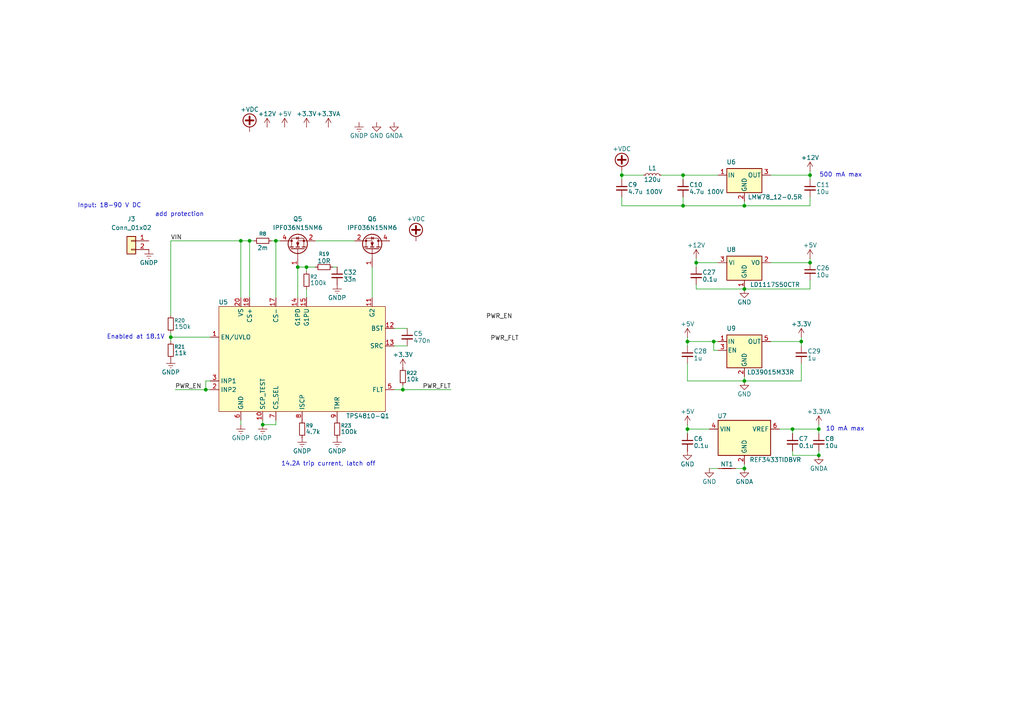
<source format=kicad_sch>
(kicad_sch (version 20250114) (generator "eeschema") (generator_version "9.0")
  (paper "A4")
  (title_block (title "Power Supplies") (date "2026-01-01") (rev "0.1") (company "D. Watman"))
  (lib_symbols
    (symbol "Connector_Generic:Conn_01x02" (pin_names (offset 1.016) (hide yes))
      (property "Reference" "J" (at 0 2.54 0))
      (property "Value" "Conn_01x02" (at 0 -5.08 0))
      (symbol "Conn_01x02_1_1"
        (rectangle (start -1.27 1.27) (end 1.27 -3.81) (stroke (width 0.254)) (fill (type background)))
        (rectangle (start -1.27 0.127) (end 0 -0.127) (stroke (width 0.1524)))
        (rectangle (start -1.27 -2.413) (end 0 -2.667) (stroke (width 0.1524)))
        (pin passive line (at -5.08 0 0) (length 3.81) (name "Pin_1") (number "1"))
        (pin passive line (at -5.08 -2.54 0) (length 3.81) (name "Pin_2") (number "2"))
      )
    )
    (symbol "DWlib:IPF036N15NM6" (pin_names (offset 0) (hide yes))
      (property "Reference" "Q" (at 5.08 1.905 0))
      (property "Value" "IPF036N15NM6" (at 5.08 0 0))
      (symbol "IPF036N15NM6_0_1"
        (polyline (pts (xy 0.254 1.905) (xy 0.254 -1.905)) (stroke (width 0.254)))
        (polyline (pts (xy 0.254 0) (xy -2.54 0)))
        (polyline (pts (xy 0.762 2.286) (xy 0.762 1.27)) (stroke (width 0.254)))
        (polyline (pts (xy 0.762 0.508) (xy 0.762 -0.508)) (stroke (width 0.254)))
        (polyline (pts (xy 0.762 -1.27) (xy 0.762 -2.286)) (stroke (width 0.254)))
        (polyline (pts (xy 0.762 -1.778) (xy 3.302 -1.778) (xy 3.302 1.778) (xy 0.762 1.778)))
        (polyline (pts (xy 1.016 0) (xy 2.032 0.381) (xy 2.032 -0.381) (xy 1.016 0)) (fill (type outline)))
        (circle (center 1.651 0) (radius 2.794) (stroke (width 0.254)))
        (polyline (pts (xy 2.54 2.54) (xy 2.54 1.778)))
        (circle (center 2.54 1.778) (radius 0.254) (fill (type outline)))
        (circle (center 2.54 -1.778) (radius 0.254) (fill (type outline)))
        (polyline (pts (xy 2.54 -2.54) (xy 2.54 0) (xy 0.762 0)))
        (polyline (pts (xy 2.921 0.381) (xy 3.683 0.381)))
        (polyline (pts (xy 3.302 0.381) (xy 2.921 -0.254) (xy 3.683 -0.254) (xy 3.302 0.381)))
      )
      (symbol "IPF036N15NM6_1_1"
        (pin input line (at -5.08 0 0) (length 2.54) (name "G") (number "1"))
        (pin passive line (at 2.54 5.08 270) (length 2.54) (name "D") (number "4"))
        (pin passive line (at 2.54 -5.08 90) (length 2.54) (name "S") (number "2"))
        (pin passive line (at 2.54 -5.08 90) (length 2.54) (hide yes) (name "S") (number "3"))
        (pin passive line (at 2.54 -5.08 90) (length 2.54) (hide yes) (name "S") (number "5"))
        (pin passive line (at 2.54 -5.08 90) (length 2.54) (hide yes) (name "S") (number "6"))
        (pin passive line (at 2.54 -5.08 90) (length 2.54) (hide yes) (name "S") (number "7"))
      )
    )
    (symbol "DWlib:LMW78_0.5R" (pin_names (offset 0.254))
      (property "Reference" "U" (at -3.81 3.175 0))
      (property "Value" "LMW78_xx-0.5R" (at 0 3.175 0))
      (symbol "LMW78_0.5R_0_1"
        (rectangle (start -5.08 1.905) (end 5.08 -5.08) (stroke (width 0.254)) (fill (type background)))
      )
      (symbol "LMW78_0.5R_1_1"
        (pin power_in line (at -7.62 0 0) (length 2.54) (name "IN") (number "1"))
        (pin power_in line (at 0 -7.62 90) (length 2.54) (name "GND") (number "2"))
        (pin power_out line (at 7.62 0 180) (length 2.54) (name "OUT") (number "3"))
      )
    )
    (symbol "DWlib:REF3433TIDBVR"
      (property "Reference" "U" (at -6.35 6.35 0))
      (property "Value" "REF3433TIDBVR" (at 8.636 -6.35 0))
      (symbol "REF3433TIDBVR_1_1"
        (rectangle (start -7.62 5.08) (end 7.62 -5.08) (stroke (width 0.254)) (fill (type background)))
        (pin power_in line (at -10.16 2.54 0) (length 2.54) (name "VIN") (number "4"))
        (pin no_connect line (at -7.62 1.27 0) (length 2.54) (hide yes) (name "NC") (number "1"))
        (pin no_connect line (at -7.62 -1.27 0) (length 2.54) (hide yes) (name "NC") (number "3"))
        (pin no_connect line (at -7.62 -3.81 0) (length 2.54) (hide yes) (name "NC") (number "5"))
        (pin power_in line (at 0 -7.62 90) (length 2.54) (name "GND") (number "2"))
        (pin power_out line (at 10.16 2.54 180) (length 2.54) (name "VREF") (number "6"))
      )
    )
    (symbol "DWlib:TPS4810-Q1"
      (property "Reference" "U" (at -24.13 16.51 0))
      (property "Value" "TPS4810-Q1" (at 0 0 0))
      (symbol "TPS4810-Q1_1_1"
        (rectangle (start -24.13 15.24) (end 24.13 -15.24) (fill (type background)))
        (pin input line (at -26.67 6.35 0) (length 2.54) (name "EN/UVLO") (number "1"))
        (pin input line (at -26.67 -6.35 0) (length 2.54) (name "INP1") (number "3"))
        (pin input line (at -26.67 -8.89 0) (length 2.54) (name "INP2") (number "2"))
        (pin power_in line (at -17.78 17.78 270) (length 2.54) (name "VS") (number "20"))
        (pin power_in line (at -17.78 -17.78 90) (length 2.54) (name "GND") (number "6"))
        (pin input line (at -15.24 17.78 270) (length 2.54) (name "CS+") (number "18"))
        (pin input line (at -11.43 -17.78 90) (length 2.54) (name "SCP_TEST") (number "10"))
        (pin input line (at -7.62 17.78 270) (length 2.54) (name "CS-") (number "17"))
        (pin input line (at -7.62 -17.78 90) (length 2.54) (name "CS_SEL") (number "7"))
        (pin output line (at -1.27 17.78 270) (length 2.54) (name "G1PD") (number "14"))
        (pin input line (at 0 -17.78 90) (length 2.54) (name "ISCP") (number "8"))
        (pin output line (at 1.27 17.78 270) (length 2.54) (name "G1PU") (number "15"))
        (pin input line (at 10.16 -17.78 90) (length 2.54) (name "TMR") (number "9"))
        (pin output line (at 20.32 17.78 270) (length 2.54) (name "G2") (number "11"))
        (pin no_connect line (at 24.13 -11.43 180) (length 2.54) (hide yes) (name "NC") (number "4"))
        (pin no_connect line (at 24.13 -13.97 180) (length 2.54) (hide yes) (name "NC") (number "19"))
        (pin output line (at 26.67 8.89 180) (length 2.54) (name "BST") (number "12"))
        (pin output line (at 26.67 3.81 180) (length 2.54) (name "SRC") (number "13"))
        (pin output line (at 26.67 -8.89 180) (length 2.54) (name "FLT") (number "5"))
      )
    )
    (symbol "Device:C_Small" (pin_numbers (hide yes)) (pin_names (offset 0.254) (hide yes))
      (property "Reference" "C" (at 0.254 1.778 0))
      (property "Value" "C_Small" (at 0.254 -2.032 0))
      (symbol "C_Small_0_1"
        (polyline (pts (xy -1.524 0.508) (xy 1.524 0.508)) (stroke (width 0.3048)))
        (polyline (pts (xy -1.524 -0.508) (xy 1.524 -0.508)) (stroke (width 0.3302)))
      )
      (symbol "C_Small_1_1"
        (pin passive line (at 0 2.54 270) (length 2.032) (name "~") (number "1"))
        (pin passive line (at 0 -2.54 90) (length 2.032) (name "~") (number "2"))
      )
    )
    (symbol "Device:L_Small" (pin_numbers (hide yes)) (pin_names (offset 0.254) (hide yes))
      (property "Reference" "L" (at 0.762 1.016 0))
      (property "Value" "L_Small" (at 0.762 -1.016 0))
      (symbol "L_Small_0_1"
        (arc (start 0 2.032) (mid 0.5058 1.524) (end 0 1.016))
        (arc (start 0 1.016) (mid 0.5058 0.508) (end 0 0))
        (arc (start 0 0) (mid 0.5058 -0.508) (end 0 -1.016))
        (arc (start 0 -1.016) (mid 0.5058 -1.524) (end 0 -2.032))
      )
      (symbol "L_Small_1_1"
        (pin passive line (at 0 2.54 270) (length 0.508) (name "~") (number "1"))
        (pin passive line (at 0 -2.54 90) (length 0.508) (name "~") (number "2"))
      )
    )
    (symbol "Device:NetTie_2" (pin_numbers (hide yes)) (pin_names (offset 0) (hide yes)) (in_bom no)
      (property "Reference" "NT" (at 0 1.27 0))
      (property "Value" "NetTie_2" (at 0 -1.27 0))
      (symbol "NetTie_2_0_1"
        (polyline (pts (xy -1.27 0) (xy 1.27 0)) (stroke (width 0.254)))
      )
      (symbol "NetTie_2_1_1"
        (pin passive line (at -2.54 0 0) (length 2.54) (name "1") (number "1"))
        (pin passive line (at 2.54 0 180) (length 2.54) (name "2") (number "2"))
      )
    )
    (symbol "Device:R_Small" (pin_numbers (hide yes)) (pin_names (offset 0.254) (hide yes))
      (property "Reference" "R" (at 0 0 90))
      (property "Value" "R_Small" (at 1.778 0 90))
      (symbol "R_Small_0_1"
        (rectangle (start -0.762 1.778) (end 0.762 -1.778) (stroke (width 0.2032)))
      )
      (symbol "R_Small_1_1"
        (pin passive line (at 0 2.54 270) (length 0.762) (name "~") (number "1"))
        (pin passive line (at 0 -2.54 90) (length 0.762) (name "~") (number "2"))
      )
    )
    (symbol "Regulator_Linear:LD1117S50TR_SOT223"
      (property "Reference" "U" (at -3.81 3.175 0))
      (property "Value" "LD1117S50TR_SOT223" (at 0 3.175 0))
      (symbol "LD1117S50TR_SOT223_0_1"
        (rectangle (start -5.08 -5.08) (end 5.08 1.905) (stroke (width 0.254)) (fill (type background)))
      )
      (symbol "LD1117S50TR_SOT223_1_1"
        (pin power_in line (at -7.62 0 0) (length 2.54) (name "VI") (number "3"))
        (pin power_in line (at 0 -7.62 90) (length 2.54) (name "GND") (number "1"))
        (pin power_out line (at 7.62 0 180) (length 2.54) (name "VO") (number "2"))
      )
    )
    (symbol "Regulator_Linear:LD39015M33R" (pin_names (offset 0.254))
      (property "Reference" "U" (at -3.81 5.715 0))
      (property "Value" "LD39015M33R" (at 0 5.715 0))
      (symbol "LD39015M33R_0_1"
        (rectangle (start -5.08 4.445) (end 5.08 -5.08) (stroke (width 0.254)) (fill (type background)))
      )
      (symbol "LD39015M33R_1_1"
        (pin power_in line (at -7.62 2.54 0) (length 2.54) (name "IN") (number "1"))
        (pin input line (at -7.62 0 0) (length 2.54) (name "EN") (number "3"))
        (pin power_in line (at 0 -7.62 90) (length 2.54) (name "GND") (number "2"))
        (pin no_connect line (at 5.08 0 180) (length 2.54) (hide yes) (name "NC") (number "4"))
        (pin power_out line (at 7.62 2.54 180) (length 2.54) (name "OUT") (number "5"))
      )
    )
    (symbol "power:+3.3V" (power) (pin_numbers (hide yes)) (pin_names (offset 0) (hide yes))
      (property "Value" "+3.3V" (at 0 3.556 0))
      (symbol "+3.3V_0_1"
        (polyline (pts (xy -0.762 1.27) (xy 0 2.54)))
        (polyline (pts (xy 0 2.54) (xy 0.762 1.27)))
        (polyline (pts (xy 0 0) (xy 0 2.54)))
      )
      (symbol "+3.3V_1_1"
        (pin power_in line (at 0 0 90) (length 0) (name "~") (number "1"))
      )
    )
    (symbol "power:+3.3VA" (power) (pin_numbers (hide yes)) (pin_names (offset 0) (hide yes))
      (property "Value" "+3.3VA" (at 0 3.556 0))
      (symbol "+3.3VA_0_1"
        (polyline (pts (xy -0.762 1.27) (xy 0 2.54)))
        (polyline (pts (xy 0 2.54) (xy 0.762 1.27)))
        (polyline (pts (xy 0 0) (xy 0 2.54)))
      )
      (symbol "+3.3VA_1_1"
        (pin power_in line (at 0 0 90) (length 0) (name "~") (number "1"))
      )
    )
    (symbol "power:+VDC" (power) (pin_numbers (hide yes)) (pin_names (offset 0) (hide yes))
      (property "Value" "+VDC" (at 0 6.35 0))
      (symbol "+VDC_0_1"
        (polyline (pts (xy -1.143 3.175) (xy 1.143 3.175)) (stroke (width 0.508)))
        (circle (center 0 3.175) (radius 1.905) (stroke (width 0.254)))
        (polyline (pts (xy 0 2.032) (xy 0 4.318)) (stroke (width 0.508)))
        (polyline (pts (xy 0 0) (xy 0 1.27)))
      )
      (symbol "+VDC_1_1"
        (pin power_in line (at 0 0 90) (length 0) (name "~") (number "1"))
      )
    )
    (symbol "power:Earth" (power) (pin_numbers (hide yes)) (pin_names (offset 0) (hide yes))
      (property "Value" "Earth" (at 0 -3.81 0))
      (symbol "Earth_0_1"
        (polyline (pts (xy -0.635 -1.905) (xy 0.635 -1.905)))
        (polyline (pts (xy -0.127 -2.54) (xy 0.127 -2.54)))
        (polyline (pts (xy 0 -1.27) (xy 0 0)))
        (polyline (pts (xy 1.27 -1.27) (xy -1.27 -1.27)))
      )
      (symbol "Earth_1_1"
        (pin power_in line (at 0 0 270) (length 0) (name "~") (number "1"))
      )
    )
    (symbol "power:GND" (power) (pin_numbers (hide yes)) (pin_names (offset 0) (hide yes))
      (property "Value" "GND" (at 0 -3.81 0))
      (symbol "GND_0_1"
        (polyline (pts (xy 0 0) (xy 0 -1.27) (xy 1.27 -1.27) (xy 0 -2.54) (xy -1.27 -1.27) (xy 0 -1.27)))
      )
      (symbol "GND_1_1"
        (pin power_in line (at 0 0 270) (length 0) (name "~") (number "1"))
      )
    )
    (symbol "power:GNDA" (power) (pin_numbers (hide yes)) (pin_names (offset 0) (hide yes))
      (property "Value" "GNDA" (at 0 -3.81 0))
      (symbol "GNDA_0_1"
        (polyline (pts (xy 0 0) (xy 0 -1.27) (xy 1.27 -1.27) (xy 0 -2.54) (xy -1.27 -1.27) (xy 0 -1.27)))
      )
      (symbol "GNDA_1_1"
        (pin power_in line (at 0 0 270) (length 0) (name "~") (number "1"))
      )
    )
  )
  (text "500 mA max" (at 243.84 50.8 0) (effects (font (size 1.27 1.27))))
  (text "Input: 18-90 V DC" (at 31.75 59.69 0) (effects (font (size 1.27 1.27))))
  (text "10 mA max" (at 245.11 124.46 0) (effects (font (size 1.27 1.27))))
  (text "14.2A trip current, latch off" (at 95.25 134.62 0) (effects (font (size 1.27 1.27))))
  (text "Enabled at 18.1V" (at 39.37 97.79 0) (effects (font (size 1.27 1.27))))
  (text "add protection" (at 52.07 62.23 0) (effects (font (size 1.27 1.27))))
  (junction (at 116.84 113.03))
  (junction (at 72.39 69.85))
  (junction (at 86.36 77.47))
  (junction (at 199.39 99.06))
  (junction (at 215.9 83.82))
  (junction (at 215.9 135.89))
  (junction (at 198.12 50.8))
  (junction (at 88.9 77.47))
  (junction (at 198.12 59.69))
  (junction (at 207.01 99.06))
  (junction (at 59.69 113.03))
  (junction (at 215.9 110.49))
  (junction (at 201.93 76.2))
  (junction (at 180.34 50.8))
  (junction (at 76.2 123.19))
  (junction (at 215.9 59.69))
  (junction (at 229.87 124.46))
  (junction (at 237.49 124.46))
  (junction (at 234.95 76.2))
  (junction (at 80.01 69.85))
  (junction (at 49.53 97.79))
  (junction (at 234.95 50.8))
  (junction (at 237.49 132.08))
  (junction (at 199.39 124.46))
  (junction (at 69.85 69.85))
  (junction (at 232.41 99.06))
  (wire (pts (xy 86.36 77.47) (xy 86.36 86.36)))
  (wire (pts (xy 88.9 78.74) (xy 88.9 77.47)))
  (wire (pts (xy 107.95 77.47) (xy 107.95 86.36)))
  (wire (pts (xy 88.9 83.82) (xy 88.9 86.36)))
  (wire (pts (xy 234.95 83.82) (xy 215.9 83.82)))
  (wire (pts (xy 80.01 123.19) (xy 76.2 123.19)))
  (wire (pts (xy 226.06 124.46) (xy 229.87 124.46)))
  (wire (pts (xy 207.01 101.6) (xy 207.01 99.06)))
  (wire (pts (xy 114.3 113.03) (xy 116.84 113.03)))
  (wire (pts (xy 198.12 57.15) (xy 198.12 59.69)))
  (wire (pts (xy 180.34 59.69) (xy 198.12 59.69)))
  (wire (pts (xy 78.74 69.85) (xy 80.01 69.85)))
  (wire (pts (xy 234.95 50.8) (xy 234.95 49.53)))
  (wire (pts (xy 88.9 77.47) (xy 91.44 77.47)))
  (wire (pts (xy 80.01 69.85) (xy 81.28 69.85)))
  (wire (pts (xy 50.8 113.03) (xy 59.69 113.03)))
  (wire (pts (xy 180.34 50.8) (xy 186.69 50.8)))
  (wire (pts (xy 199.39 99.06) (xy 199.39 100.33)))
  (wire (pts (xy 229.87 132.08) (xy 229.87 130.81)))
  (wire (pts (xy 180.34 49.53) (xy 180.34 50.8)))
  (wire (pts (xy 199.39 123.19) (xy 199.39 124.46)))
  (wire (pts (xy 223.52 99.06) (xy 232.41 99.06)))
  (wire (pts (xy 49.53 97.79) (xy 49.53 99.06)))
  (wire (pts (xy 234.95 81.28) (xy 234.95 83.82)))
  (wire (pts (xy 49.53 96.52) (xy 49.53 97.79)))
  (wire (pts (xy 180.34 50.8) (xy 180.34 52.07)))
  (wire (pts (xy 208.28 101.6) (xy 207.01 101.6)))
  (wire (pts (xy 215.9 110.49) (xy 215.9 109.22)))
  (wire (pts (xy 229.87 132.08) (xy 237.49 132.08)))
  (wire (pts (xy 180.34 57.15) (xy 180.34 59.69)))
  (wire (pts (xy 208.28 76.2) (xy 201.93 76.2)))
  (wire (pts (xy 199.39 105.41) (xy 199.39 110.49)))
  (wire (pts (xy 208.28 99.06) (xy 207.01 99.06)))
  (wire (pts (xy 199.39 99.06) (xy 199.39 97.79)))
  (wire (pts (xy 116.84 111.76) (xy 116.84 113.03)))
  (wire (pts (xy 223.52 50.8) (xy 234.95 50.8)))
  (wire (pts (xy 234.95 50.8) (xy 234.95 52.07)))
  (wire (pts (xy 80.01 121.92) (xy 80.01 123.19)))
  (wire (pts (xy 201.93 83.82) (xy 215.9 83.82)))
  (wire (pts (xy 232.41 105.41) (xy 232.41 110.49)))
  (wire (pts (xy 232.41 99.06) (xy 232.41 100.33)))
  (wire (pts (xy 207.01 99.06) (xy 199.39 99.06)))
  (wire (pts (xy 232.41 99.06) (xy 232.41 97.79)))
  (wire (pts (xy 229.87 124.46) (xy 237.49 124.46)))
  (wire (pts (xy 201.93 76.2) (xy 201.93 77.47)))
  (wire (pts (xy 80.01 69.85) (xy 80.01 86.36)))
  (wire (pts (xy 69.85 86.36) (xy 69.85 69.85)))
  (wire (pts (xy 198.12 50.8) (xy 208.28 50.8)))
  (wire (pts (xy 201.93 76.2) (xy 201.93 74.93)))
  (wire (pts (xy 205.74 135.89) (xy 208.28 135.89)))
  (wire (pts (xy 198.12 59.69) (xy 215.9 59.69)))
  (wire (pts (xy 69.85 121.92) (xy 69.85 123.19)))
  (wire (pts (xy 215.9 135.89) (xy 215.9 134.62)))
  (wire (pts (xy 234.95 57.15) (xy 234.95 59.69)))
  (wire (pts (xy 237.49 124.46) (xy 237.49 125.73)))
  (wire (pts (xy 60.96 110.49) (xy 59.69 110.49)))
  (wire (pts (xy 96.52 77.47) (xy 97.79 77.47)))
  (wire (pts (xy 199.39 124.46) (xy 205.74 124.46)))
  (wire (pts (xy 91.44 69.85) (xy 102.87 69.85)))
  (wire (pts (xy 59.69 113.03) (xy 60.96 113.03)))
  (wire (pts (xy 49.53 69.85) (xy 69.85 69.85)))
  (wire (pts (xy 229.87 124.46) (xy 229.87 125.73)))
  (wire (pts (xy 201.93 82.55) (xy 201.93 83.82)))
  (wire (pts (xy 234.95 76.2) (xy 234.95 74.93)))
  (wire (pts (xy 215.9 59.69) (xy 215.9 58.42)))
  (wire (pts (xy 237.49 132.08) (xy 237.49 130.81)))
  (wire (pts (xy 114.3 100.33) (xy 118.11 100.33)))
  (wire (pts (xy 88.9 77.47) (xy 86.36 77.47)))
  (wire (pts (xy 198.12 50.8) (xy 198.12 52.07)))
  (wire (pts (xy 237.49 124.46) (xy 237.49 123.19)))
  (wire (pts (xy 69.85 69.85) (xy 72.39 69.85)))
  (wire (pts (xy 76.2 121.92) (xy 76.2 123.19)))
  (wire (pts (xy 49.53 91.44) (xy 49.53 69.85)))
  (wire (pts (xy 72.39 69.85) (xy 72.39 86.36)))
  (wire (pts (xy 114.3 95.25) (xy 118.11 95.25)))
  (wire (pts (xy 199.39 125.73) (xy 199.39 124.46)))
  (wire (pts (xy 72.39 69.85) (xy 73.66 69.85)))
  (wire (pts (xy 213.36 135.89) (xy 215.9 135.89)))
  (wire (pts (xy 116.84 113.03) (xy 130.81 113.03)))
  (wire (pts (xy 191.77 50.8) (xy 198.12 50.8)))
  (wire (pts (xy 49.53 97.79) (xy 60.96 97.79)))
  (wire (pts (xy 232.41 110.49) (xy 215.9 110.49)))
  (wire (pts (xy 223.52 76.2) (xy 234.95 76.2)))
  (wire (pts (xy 199.39 110.49) (xy 215.9 110.49)))
  (wire (pts (xy 59.69 110.49) (xy 59.69 113.03)))
  (wire (pts (xy 234.95 59.69) (xy 215.9 59.69)))
  (label "PWR_EN" (at 50.8 113.03 0))
  (label "PWR_FLT" (at 142.24 99.06 0))
  (label "PWR_EN" (at 140.97 92.71 0))
  (label "PWR_FLT" (at 130.81 113.03 180))
  (label "VIN" (at 49.53 69.85 0))
  (symbol (lib_id "DWlib:TPS4810-Q1") (at 87.63 104.14 0) (unit 1)
    (property "Reference" "U5" (at 64.77 87.63 0))
    (property "Value" "TPS4810-Q1" (at 106.68 120.65 0))
    (property "Footprint" "DWlib:TI_VSSOP-19_3x5.1mm_P0.5mm" (effects (hide yes)))
    (property "Datasheet" "https://www.ti.com/lit/ds/symlink/tps4810-q1.pdf" (effects (hide yes)))
    (property "Description" "100V Automotive Low IQ, Back-to-Back MOSFET Smart High Side Driver With Short-Circuit Protection and Diagnostics" (effects (hide yes)))
    (property "MPN" "TPS4810-Q1" (effects (hide yes)))
  )
  (symbol (lib_id "Device:R_Small") (at 88.9 81.28 0) (unit 1)
    (property "Reference" "R2" (at 89.916 80.264 0) (effects (font (size 1.016 1.016)) (justify left)))
    (property "Value" "100k" (at 89.916 82.042 0) (effects (justify left)))
    (property "Description" "Resistor, small symbol" (effects (hide yes)))
  )
  (symbol (lib_id "power:GND") (at 199.39 130.81 0) (unit 1)
    (property "Reference" "#PWR032" (effects (hide yes)))
    (property "Value" "GND" (at 199.39 134.62 0))
    (property "Description" "Power symbol creates a global label with name \"GND\" , ground" (effects (hide yes)))
  )
  (symbol (lib_id "Device:C_Small") (at 97.79 80.01 0) (unit 1)
    (property "Reference" "C32" (at 99.568 78.994 0) (effects (justify left)))
    (property "Value" "33n" (at 99.568 81.026 0) (effects (justify left)))
    (property "Description" "Unpolarized capacitor, small symbol" (effects (hide yes)))
  )
  (symbol (lib_id "Device:R_Small") (at 97.79 124.46 0) (unit 1)
    (property "Reference" "R23" (at 98.806 123.444 0) (effects (font (size 1.016 1.016)) (justify left)))
    (property "Value" "100k" (at 98.806 125.222 0) (effects (justify left)))
    (property "Description" "Resistor, small symbol" (effects (hide yes)))
  )
  (symbol (lib_id "power:Earth") (at 97.79 127 0) (unit 1)
    (property "Reference" "#PWR024" (effects (hide yes)))
    (property "Value" "GNDP" (at 97.79 130.81 0))
    (property "Description" "Power symbol creates a global label with name \"Earth\"" (effects (hide yes)))
  )
  (symbol (lib_id "power:Earth") (at 69.85 123.19 0) (unit 1)
    (property "Reference" "#PWR016" (effects (hide yes)))
    (property "Value" "GNDP" (at 69.85 127 0))
    (property "Description" "Power symbol creates a global label with name \"Earth\"" (effects (hide yes)))
  )
  (symbol (lib_id "power:+3.3V") (at 116.84 106.68 0) (unit 1)
    (property "Reference" "#PWR062" (effects (hide yes)))
    (property "Value" "+3.3V" (at 116.84 102.87 0))
    (property "Description" "Power symbol creates a global label with name \"+3.3V\"" (effects (hide yes)))
  )
  (symbol (lib_id "Device:C_Small") (at 229.87 128.27 0) (unit 1)
    (property "Reference" "C7" (at 231.648 127.254 0) (effects (justify left)))
    (property "Value" "0.1u" (at 231.648 129.286 0) (effects (justify left)))
    (property "Description" "Unpolarized capacitor, small symbol" (effects (hide yes)))
  )
  (symbol (lib_id "power:+VDC") (at 120.65 69.85 0) (unit 1)
    (property "Reference" "#PWR060" (effects (hide yes)))
    (property "Value" "+VDC" (at 120.65 63.5 0))
    (property "Description" "Power symbol creates a global label with name \"+VDC\"" (effects (hide yes)))
  )
  (symbol (lib_id "Regulator_Linear:LD1117S50TR_SOT223") (at 215.9 76.2 0) (unit 1)
    (property "Reference" "U8" (at 212.09 72.39 0))
    (property "Value" "LD1117S50CTR" (at 224.79 82.55 0))
    (property "Footprint" "Package_TO_SOT_SMD:SOT-223-3_TabPin2" (effects (hide yes)))
    (property "Datasheet" "http://www.st.com/st-web-ui/static/active/en/resource/technical/document/datasheet/CD00000544.pdf" (effects (hide yes)))
    (property "Description" "800mA Fixed Low Drop Positive Voltage Regulator, Fixed Output 5.0V, SOT-223" (effects (hide yes)))
  )
  (symbol (lib_id "power:+3.3V") (at 232.41 97.79 0) (unit 1)
    (property "Reference" "#PWR058" (effects (hide yes)))
    (property "Value" "+3.3V" (at 232.41 93.98 0))
    (property "Description" "Power symbol creates a global label with name \"+3.3V\"" (effects (hide yes)))
  )
  (symbol (lib_id "DWlib:IPF036N15NM6") (at 107.95 72.39 270) (mirror x) (unit 1)
    (property "Reference" "Q6" (at 107.95 63.5 90))
    (property "Value" "IPF036N15NM6" (at 107.95 66.04 90))
    (property "Footprint" "Package_TO_SOT_SMD:TO-263-6" (effects (hide yes)))
    (property "Datasheet" "https://www.infineon.com/assets/row/public/documents/24/49/infineon-ipf036n15nm6-datasheet-en.pdf" (effects (hide yes)))
    (property "Description" "N-MOSFET 150 V, 3.6 mOhm, D²PAK 7-pin package" (effects (hide yes)))
  )
  (symbol (lib_id "Device:C_Small") (at 180.34 54.61 0) (unit 1)
    (property "Reference" "C9" (at 182.118 53.594 0) (effects (justify left)))
    (property "Value" "4.7u 100V" (at 182.118 55.626 0) (effects (justify left)))
    (property "Description" "Unpolarized capacitor, small symbol" (effects (hide yes)))
  )
  (symbol (lib_id "DWlib:LMW78_0.5R") (at 215.9 50.8 0) (unit 1)
    (property "Reference" "U6" (at 212.09 46.99 0))
    (property "Value" "LMW78_12-0.5R" (at 224.79 57.15 0))
    (property "Footprint" "DWlib:Converter_DCDC_GAPTEC_LMW78_THT" (effects (hide yes)))
    (property "Datasheet" "https://gaptec-electronic.com/datenblaetter/LMW78_0.5R.pdf" (effects (hide yes)))
    (property "Description" "0.5A Step-Down DC/DC-Regulator, up to 90V input, non-isolated, -40°C to +85°C, SIP3" (effects (hide yes)))
    (property "MPN" "LMW78_12-0.5R" (effects (hide yes)))
  )
  (symbol (lib_id "power:GNDA") (at 114.3 35.56 0) (unit 1)
    (property "Reference" "#PWR027" (effects (hide yes)))
    (property "Value" "GNDA" (at 114.3 39.37 0))
    (property "Description" "Power symbol creates a global label with name \"GNDA\" , analog ground" (effects (hide yes)))
  )
  (symbol (lib_id "power:+3.3V") (at 88.9 36.83 0) (unit 1)
    (property "Reference" "#PWR022" (effects (hide yes)))
    (property "Value" "+3.3V" (at 88.9 33.02 0))
    (property "Description" "Power symbol creates a global label with name \"+3.3V\"" (effects (hide yes)))
  )
  (symbol (lib_id "power:+3.3V") (at 82.55 36.83 0) (unit 1)
    (property "Reference" "#PWR020" (effects (hide yes)))
    (property "Value" "+5V" (at 82.55 33.02 0))
    (property "Description" "Power symbol creates a global label with name \"+3.3V\"" (effects (hide yes)))
  )
  (symbol (lib_id "power:+3.3V") (at 199.39 123.19 0) (unit 1)
    (property "Reference" "#PWR031" (effects (hide yes)))
    (property "Value" "+5V" (at 199.39 119.38 0))
    (property "Description" "Power symbol creates a global label with name \"+3.3V\"" (effects (hide yes)))
  )
  (symbol (lib_id "power:GND") (at 215.9 110.49 0) (unit 1)
    (property "Reference" "#PWR056" (effects (hide yes)))
    (property "Value" "GND" (at 215.9 114.3 0))
    (property "Description" "Power symbol creates a global label with name \"GND\" , ground" (effects (hide yes)))
  )
  (symbol (lib_id "power:GND") (at 215.9 83.82 0) (unit 1)
    (property "Reference" "#PWR055" (effects (hide yes)))
    (property "Value" "GND" (at 215.9 87.63 0))
    (property "Description" "Power symbol creates a global label with name \"GND\" , ground" (effects (hide yes)))
  )
  (symbol (lib_id "Device:R_Small") (at 49.53 101.6 0) (unit 1)
    (property "Reference" "R21" (at 50.546 100.584 0) (effects (font (size 1.016 1.016)) (justify left)))
    (property "Value" "11k" (at 50.546 102.362 0) (effects (justify left)))
    (property "Description" "Resistor, small symbol" (effects (hide yes)))
  )
  (symbol (lib_id "power:+3.3V") (at 77.47 36.83 0) (unit 1)
    (property "Reference" "#PWR019" (effects (hide yes)))
    (property "Value" "+12V" (at 77.47 33.02 0))
    (property "Description" "Power symbol creates a global label with name \"+3.3V\"" (effects (hide yes)))
  )
  (symbol (lib_id "power:GND") (at 109.22 35.56 0) (unit 1)
    (property "Reference" "#PWR026" (effects (hide yes)))
    (property "Value" "GND" (at 109.22 39.37 0))
    (property "Description" "Power symbol creates a global label with name \"GND\" , ground" (effects (hide yes)))
  )
  (symbol (lib_id "DWlib:IPF036N15NM6") (at 86.36 72.39 90) (unit 1)
    (property "Reference" "Q5" (at 86.36 63.5 90))
    (property "Value" "IPF036N15NM6" (at 86.36 66.04 90))
    (property "Footprint" "Package_TO_SOT_SMD:TO-263-6" (effects (hide yes)))
    (property "Datasheet" "https://www.infineon.com/assets/row/public/documents/24/49/infineon-ipf036n15nm6-datasheet-en.pdf" (effects (hide yes)))
    (property "Description" "N-MOSFET 150 V, 3.6 mOhm, D²PAK 7-pin package" (effects (hide yes)))
  )
  (symbol (lib_id "Device:R_Small") (at 49.53 93.98 0) (unit 1)
    (property "Reference" "R20" (at 50.546 92.964 0) (effects (font (size 1.016 1.016)) (justify left)))
    (property "Value" "150k" (at 50.546 94.742 0) (effects (justify left)))
    (property "Description" "Resistor, small symbol" (effects (hide yes)))
  )
  (symbol (lib_id "power:+VDC") (at 72.39 38.1 0) (unit 1)
    (property "Reference" "#PWR017" (effects (hide yes)))
    (property "Value" "+VDC" (at 72.39 31.75 0))
    (property "Description" "Power symbol creates a global label with name \"+VDC\"" (effects (hide yes)))
  )
  (symbol (lib_id "power:Earth") (at 97.79 82.55 0) (unit 1)
    (property "Reference" "#PWR059" (effects (hide yes)))
    (property "Value" "GNDP" (at 97.79 86.36 0))
    (property "Description" "Power symbol creates a global label with name \"Earth\"" (effects (hide yes)))
  )
  (symbol (lib_id "Device:C_Small") (at 237.49 128.27 0) (unit 1)
    (property "Reference" "C8" (at 239.268 127.254 0) (effects (justify left)))
    (property "Value" "10u" (at 239.268 129.286 0) (effects (justify left)))
    (property "Description" "Unpolarized capacitor, small symbol" (effects (hide yes)))
  )
  (symbol (lib_id "Device:R_Small") (at 76.2 69.85 90) (unit 1)
    (property "Reference" "R8" (at 76.2 67.818 90) (effects (font (size 1.016 1.016))))
    (property "Value" "2m" (at 76.2 71.882 90))
    (property "Description" "Resistor, small symbol" (effects (hide yes)))
  )
  (symbol (lib_id "Device:C_Small") (at 232.41 102.87 0) (unit 1)
    (property "Reference" "C29" (at 234.188 101.854 0) (effects (justify left)))
    (property "Value" "1u" (at 234.188 103.886 0) (effects (justify left)))
    (property "Description" "Unpolarized capacitor, small symbol" (effects (hide yes)))
  )
  (symbol (lib_id "Device:R_Small") (at 93.98 77.47 90) (unit 1)
    (property "Reference" "R19" (at 93.98 73.66 90) (effects (font (size 1.016 1.016))))
    (property "Value" "10R" (at 93.98 75.692 90))
    (property "Description" "Resistor, small symbol" (effects (hide yes)))
  )
  (symbol (lib_id "power:+3.3V") (at 199.39 97.79 0) (unit 1)
    (property "Reference" "#PWR057" (effects (hide yes)))
    (property "Value" "+5V" (at 199.39 93.98 0))
    (property "Description" "Power symbol creates a global label with name \"+3.3V\"" (effects (hide yes)))
  )
  (symbol (lib_id "Device:C_Small") (at 201.93 80.01 0) (unit 1)
    (property "Reference" "C27" (at 203.708 78.994 0) (effects (justify left)))
    (property "Value" "0.1u" (at 203.708 81.026 0) (effects (justify left)))
    (property "Description" "Unpolarized capacitor, small symbol" (effects (hide yes)))
  )
  (symbol (lib_id "power:+3.3V") (at 201.93 74.93 0) (unit 1)
    (property "Reference" "#PWR028" (effects (hide yes)))
    (property "Value" "+12V" (at 201.93 71.12 0))
    (property "Description" "Power symbol creates a global label with name \"+3.3V\"" (effects (hide yes)))
  )
  (symbol (lib_id "power:+3.3VA") (at 237.49 123.19 0) (unit 1)
    (property "Reference" "#PWR035" (effects (hide yes)))
    (property "Value" "+3.3VA" (at 237.49 119.38 0))
    (property "Description" "Power symbol creates a global label with name \"+3.3VA\"" (effects (hide yes)))
  )
  (symbol (lib_id "power:GND") (at 205.74 135.89 0) (unit 1)
    (property "Reference" "#PWR033" (effects (hide yes)))
    (property "Value" "GND" (at 205.74 139.7 0))
    (property "Description" "Power symbol creates a global label with name \"GND\" , ground" (effects (hide yes)))
  )
  (symbol (lib_id "Device:R_Small") (at 87.63 124.46 0) (unit 1)
    (property "Reference" "R9" (at 88.646 123.444 0) (effects (font (size 1.016 1.016)) (justify left)))
    (property "Value" "4.7k" (at 88.646 125.222 0) (effects (justify left)))
    (property "Description" "Resistor, small symbol" (effects (hide yes)))
  )
  (symbol (lib_id "power:Earth") (at 104.14 35.56 0) (unit 1)
    (property "Reference" "#PWR025" (effects (hide yes)))
    (property "Value" "GNDP" (at 104.14 39.37 0))
    (property "Description" "Power symbol creates a global label with name \"Earth\"" (effects (hide yes)))
  )
  (symbol (lib_id "power:+3.3VA") (at 95.25 36.83 0) (unit 1)
    (property "Reference" "#PWR023" (effects (hide yes)))
    (property "Value" "+3.3VA" (at 95.25 33.02 0))
    (property "Description" "Power symbol creates a global label with name \"+3.3VA\"" (effects (hide yes)))
  )
  (symbol (lib_id "Device:C_Small") (at 199.39 128.27 0) (unit 1)
    (property "Reference" "C6" (at 201.168 127.254 0) (effects (justify left)))
    (property "Value" "0.1u" (at 201.168 129.286 0) (effects (justify left)))
    (property "Description" "Unpolarized capacitor, small symbol" (effects (hide yes)))
  )
  (symbol (lib_id "Device:C_Small") (at 198.12 54.61 0) (unit 1)
    (property "Reference" "C10" (at 199.898 53.594 0) (effects (justify left)))
    (property "Value" "4.7u 100V" (at 199.898 55.626 0) (effects (justify left)))
    (property "Description" "Unpolarized capacitor, small symbol" (effects (hide yes)))
  )
  (symbol (lib_id "Device:R_Small") (at 116.84 109.22 0) (unit 1)
    (property "Reference" "R22" (at 117.856 108.204 0) (effects (font (size 1.016 1.016)) (justify left)))
    (property "Value" "10k" (at 117.856 109.982 0) (effects (justify left)))
    (property "Description" "Resistor, small symbol" (effects (hide yes)))
  )
  (symbol (lib_id "power:Earth") (at 43.18 72.39 0) (unit 1)
    (property "Reference" "#PWR015" (effects (hide yes)))
    (property "Value" "GNDP" (at 43.18 76.2 0))
    (property "Description" "Power symbol creates a global label with name \"Earth\"" (effects (hide yes)))
  )
  (symbol (lib_id "Device:C_Small") (at 199.39 102.87 0) (unit 1)
    (property "Reference" "C28" (at 201.168 101.854 0) (effects (justify left)))
    (property "Value" "1u" (at 201.168 103.886 0) (effects (justify left)))
    (property "Description" "Unpolarized capacitor, small symbol" (effects (hide yes)))
  )
  (symbol (lib_id "Device:NetTie_2") (at 210.82 135.89 0) (unit 1) (in_bom no)
    (property "Reference" "NT1" (at 210.82 134.62 0))
    (property "Value" "NetTie_2" (effects (hide yes)))
    (property "Footprint" "NetTie:NetTie-2_SMD_Pad0.5mm" (effects (hide yes)))
    (property "Description" "Net tie, 2 pins" (effects (hide yes)))
  )
  (symbol (lib_id "DWlib:REF3433TIDBVR") (at 215.9 127 0) (unit 1)
    (property "Reference" "U7" (at 210.82 120.65 0) (effects (justify right)))
    (property "Value" "REF3433TIDBVR" (at 232.41 133.35 0) (effects (justify right)))
    (property "Footprint" "Package_TO_SOT_SMD:SOT-23-6" (effects (hide yes)))
    (property "Datasheet" "https://www.ti.com/lit/ds/symlink/ref3425.pdf" (effects (hide yes)))
    (property "Description" "3.3V, Ultra Low-Power, High-Precision Voltage Reference, SOT-23-6" (effects (hide yes)))
    (property "MPN" "REF3433TIDBVR" (effects (hide yes)))
  )
  (symbol (lib_id "power:Earth") (at 49.53 104.14 0) (unit 1)
    (property "Reference" "#PWR061" (effects (hide yes)))
    (property "Value" "GNDP" (at 49.53 107.95 0))
    (property "Description" "Power symbol creates a global label with name \"Earth\"" (effects (hide yes)))
  )
  (symbol (lib_id "power:GNDA") (at 237.49 132.08 0) (unit 1)
    (property "Reference" "#PWR036" (effects (hide yes)))
    (property "Value" "GNDA" (at 237.49 135.89 0))
    (property "Description" "Power symbol creates a global label with name \"GNDA\" , analog ground" (effects (hide yes)))
  )
  (symbol (lib_id "power:+VDC") (at 180.34 49.53 0) (unit 1)
    (property "Reference" "#PWR029" (effects (hide yes)))
    (property "Value" "+VDC" (at 180.34 43.18 0))
    (property "Description" "Power symbol creates a global label with name \"+VDC\"" (effects (hide yes)))
  )
  (symbol (lib_id "power:+3.3V") (at 234.95 49.53 0) (unit 1)
    (property "Reference" "#PWR030" (effects (hide yes)))
    (property "Value" "+12V" (at 234.95 45.72 0))
    (property "Description" "Power symbol creates a global label with name \"+3.3V\"" (effects (hide yes)))
  )
  (symbol (lib_id "Device:C_Small") (at 234.95 54.61 0) (unit 1)
    (property "Reference" "C11" (at 236.728 53.594 0) (effects (justify left)))
    (property "Value" "10u" (at 236.728 55.626 0) (effects (justify left)))
    (property "Description" "Unpolarized capacitor, small symbol" (effects (hide yes)))
  )
  (symbol (lib_id "Device:C_Small") (at 234.95 78.74 0) (unit 1)
    (property "Reference" "C26" (at 236.728 77.724 0) (effects (justify left)))
    (property "Value" "10u" (at 236.728 79.756 0) (effects (justify left)))
    (property "Description" "Unpolarized capacitor, small symbol" (effects (hide yes)))
  )
  (symbol (lib_id "power:Earth") (at 76.2 123.19 0) (unit 1)
    (property "Reference" "#PWR018" (effects (hide yes)))
    (property "Value" "GNDP" (at 76.2 127 0))
    (property "Description" "Power symbol creates a global label with name \"Earth\"" (effects (hide yes)))
  )
  (symbol (lib_id "Regulator_Linear:LD39015M33R") (at 215.9 101.6 0) (unit 1)
    (property "Reference" "U9" (at 212.09 95.25 0))
    (property "Value" "LD39015M33R" (at 223.52 107.95 0))
    (property "Footprint" "Package_TO_SOT_SMD:SOT-23-5" (effects (hide yes)))
    (property "Datasheet" "http://www.st.com/resource/en/datasheet/ld39015.pdf" (effects (hide yes)))
    (property "Description" "150mA low quiescent current low noise voltage regulator, Fixed Output 3.3V, SOT-23-5" (effects (hide yes)))
  )
  (symbol (lib_id "power:+3.3V") (at 234.95 74.93 0) (unit 1)
    (property "Reference" "#PWR037" (effects (hide yes)))
    (property "Value" "+5V" (at 234.95 71.12 0))
    (property "Description" "Power symbol creates a global label with name \"+3.3V\"" (effects (hide yes)))
  )
  (symbol (lib_id "power:GNDA") (at 215.9 135.89 0) (unit 1)
    (property "Reference" "#PWR034" (effects (hide yes)))
    (property "Value" "GNDA" (at 215.9 139.7 0))
    (property "Description" "Power symbol creates a global label with name \"GNDA\" , analog ground" (effects (hide yes)))
  )
  (symbol (lib_id "Device:C_Small") (at 118.11 97.79 0) (unit 1)
    (property "Reference" "C5" (at 119.888 96.774 0) (effects (justify left)))
    (property "Value" "470n" (at 119.888 98.806 0) (effects (justify left)))
    (property "Description" "Unpolarized capacitor, small symbol" (effects (hide yes)))
  )
  (symbol (lib_id "Connector_Generic:Conn_01x02") (at 38.1 69.85 0) (mirror y) (unit 1)
    (property "Reference" "J3" (at 38.1 63.5 0))
    (property "Value" "Conn_01x02" (at 38.1 66.04 0))
    (property "Description" "Generic connector, single row, 01x02, script generated (kicad-library-utils/schlib/autogen/connector/)" (effects (hide yes)))
  )
  (symbol (lib_id "power:Earth") (at 87.63 127 0) (unit 1)
    (property "Reference" "#PWR021" (effects (hide yes)))
    (property "Value" "GNDP" (at 87.63 130.81 0))
    (property "Description" "Power symbol creates a global label with name \"Earth\"" (effects (hide yes)))
  )
  (symbol (lib_id "Device:L_Small") (at 189.23 50.8 90) (unit 1)
    (property "Reference" "L1" (at 189.23 48.768 90))
    (property "Value" "120u" (at 189.23 52.07 90))
    (property "Description" "Inductor, small symbol" (effects (hide yes)))
  )
)
</source>
